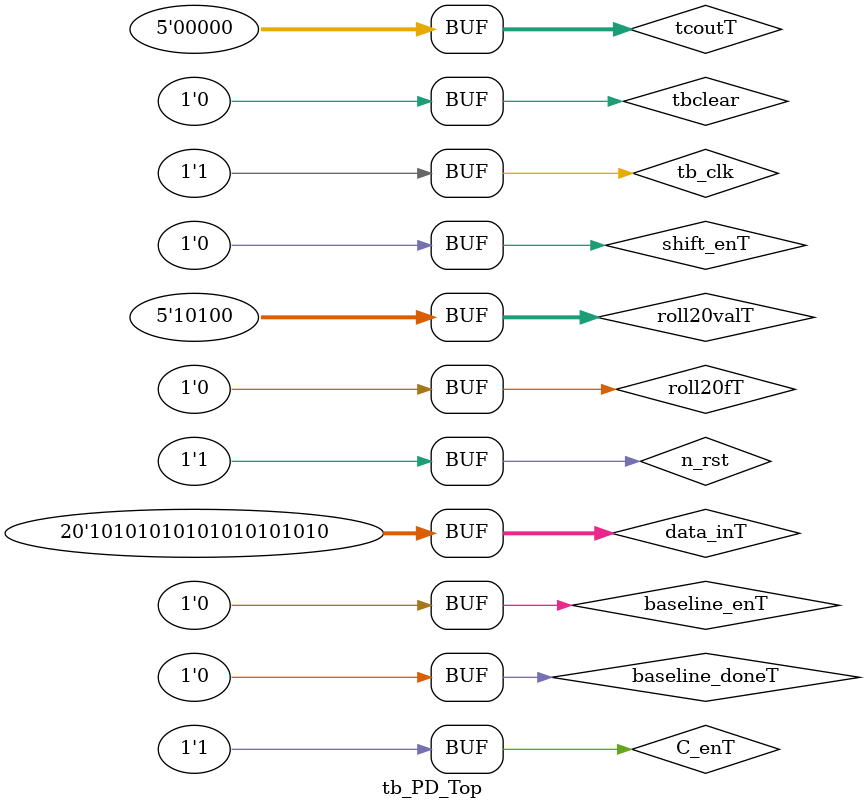
<source format=sv>

`timescale 1 ns / 10 ps
module tb_PD_Top (); 

reg tb_clk, n_rst, tbclear;
reg [19:0] baseline_oT, data_inT;
reg baseline_doneT, roll20fT;
reg shift_enT, baseline_enT, C_enT, cnt20_enT;
reg [4:0] roll20valT=20;
reg [4:0] tcoutT=0;  

PD_Top PDTOP(.clk(tb_clk), .n_rst(n_rst), .clear(tbclear), .baseline_o(baseline_oT), .data_in(data_inT), .shift_en(shift_enT), .baseline_en(baseline_enT), .C_en(C_enT), .roll20val(roll20valT));



always begin
tb_clk=0;
#(1.25);
tb_clk=1;
#(1.25);
end

initial begin

n_rst=0;
tbclear=0;
shift_enT=0;
baseline_doneT=0;
roll20fT=0;
baseline_enT=0;

#(2.5);//start
n_rst=1; tbclear=0; data_inT=0;
C_enT=0; //baseline_enT=0; shift_enT=0; cnt20_enT=0;
#(2.5);
n_rst=0; tbclear=0;  data_inT=0;
C_enT=0; //baseline_enT=0; shift_enT=0; cnt20_enT=0;
#(2.5);
n_rst=1; tbclear=0;  data_inT=0;
C_enT=0; //baseline_enT=0; shift_enT=0; cnt20_enT=0;
#(2.5);

n_rst=1; tbclear=0;  data_inT=20'b00000000000000000001;
C_enT=1; //baseline_enT=0; shift_enT=0; cnt20_enT=1;
#(2.5);
n_rst=1; tbclear=0;  data_inT=20'b0000000000000000010;
C_enT=1; //baseline_enT=0; shift_enT=0; cnt20_enT=1;
#(2.5);
n_rst=1; tbclear=0;  data_inT=20'b00000000000000000100;
C_enT=1; //baseline_enT=0; shift_enT=0; cnt20_enT=1;
#(2.5);
n_rst=1; tbclear=0;  data_inT=20'b00000000000000001000;
C_enT=1; //baseline_enT=0; shift_enT=0; cnt20_enT=1;
#(2.5);
n_rst=1; tbclear=0;  data_inT=20'b00000000000000010000;
C_enT=1; //baseline_enT=0; shift_enT=0; cnt20_enT=1;
#(2.5);
n_rst=1; tbclear=0;  data_inT=20'b00000000000000100000;
C_enT=1; //baseline_enT=0; shift_enT=0; cnt20_enT=1;
#(2.5);
n_rst=1; tbclear=0;  data_inT=20'b00000000000001000000;
C_enT=1; //baseline_enT=0; shift_enT=0; cnt20_enT=1;
#(2.5);
n_rst=1; tbclear=0;  data_inT=20'b00000000000010000000;
C_enT=1; //baseline_enT=0; shift_enT=0; cnt20_enT=1;
#(2.5);
n_rst=1; tbclear=0;  data_inT=20'b00000000000100000000;
C_enT=1; //baseline_enT=0; shift_enT=0; cnt20_enT=1;
#(2.5);
n_rst=1; tbclear=0;  data_inT=20'b00000000001000000000;//////10/////
C_enT=1; //baseline_enT=0; shift_enT=0; cnt20_enT=1;
#(2.5);
n_rst=1; tbclear=0;  data_inT=20'b00000000010000000000;
C_enT=1; //baseline_enT=0; shift_enT=0; cnt20_enT=1;
#(2.5);
n_rst=1; tbclear=0;  data_inT=20'b00000000100000000000;
C_enT=1; //baseline_enT=0; shift_enT=0; cnt20_enT=1;
#(2.5);
n_rst=1; tbclear=0;  data_inT=20'b00000001000000000000;
C_enT=1; //baseline_enT=0; shift_enT=0; cnt20_enT=1;
#(2.5);
n_rst=1; tbclear=0;  data_inT=20'b00000010000000000000;
C_enT=1; //baseline_enT=0; shift_enT=0; cnt20_enT=1;
#(2.5);
n_rst=1; tbclear=0;  data_inT=20'b00000100000000000000;
C_enT=1; //baseline_enT=0; shift_enT=0; cnt20_enT=1;
#(2.5);
n_rst=1; tbclear=0;  data_inT=20'b00001000000000000000;
C_enT=1; //baseline_enT=0; shift_enT=0; cnt20_enT=1;
#(2.5);
n_rst=1; tbclear=0;  data_inT=20'b00010000000000000000;
C_enT=1; //baseline_enT=0; shift_enT=0; cnt20_enT=1;
#(2.5);
n_rst=1; tbclear=0;  data_inT=20'b00100000000000000000;
C_enT=1; //baseline_enT=0; shift_enT=0; cnt20_enT=1;
#(2.5);
n_rst=1; tbclear=0;  data_inT=20'b01000000000000000000;
C_enT=1; //baseline_enT=0; shift_enT=0; cnt20_enT=1;
#(2.5);
n_rst=1; tbclear=0;  data_inT=20'b10000000000000000000;
C_enT=1; //baseline_enT=0; shift_enT=0; cnt20_enT=1;
#(2.5);
n_rst=1; tbclear=0;  data_inT=20'b10101010101010101010;
C_enT=1; //baseline_enT=0; shift_enT=0; cnt20_enT=1;
#(2.5);
n_rst=1; tbclear=0;  data_inT=20'b10101010101010101010;
C_enT=1; //baseline_enT=0; shift_enT=0; cnt20_enT=1;
#(2.5);



end

endmodule

</source>
